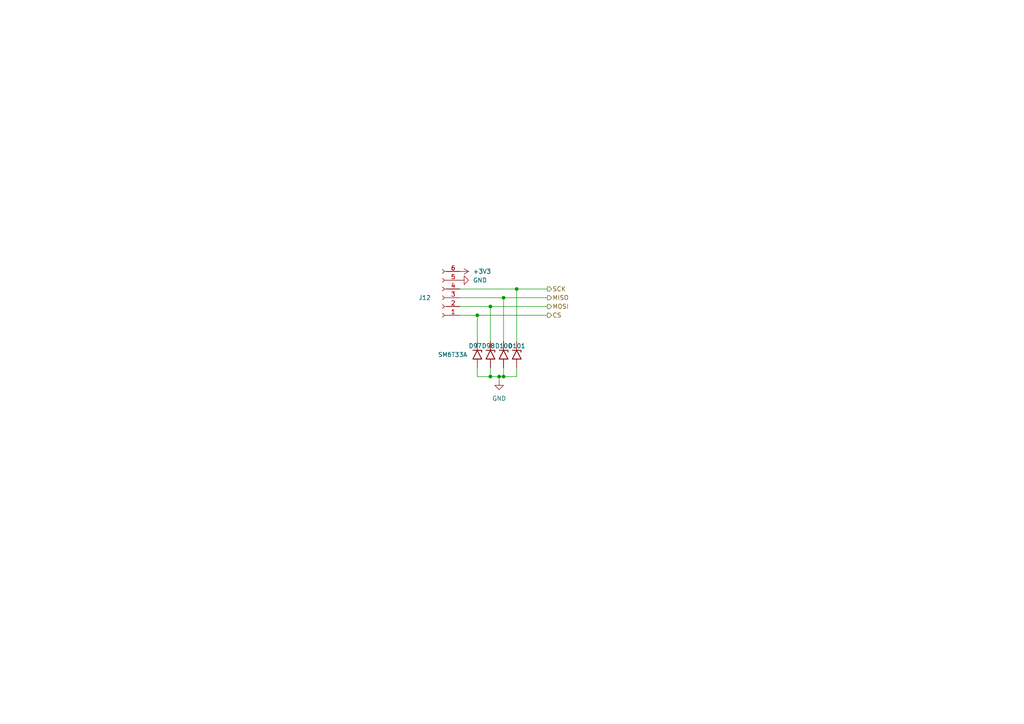
<source format=kicad_sch>
(kicad_sch (version 20211123) (generator eeschema)
  (paper "A4")
  (lib_symbols
    (symbol "Connector:Conn_01x06_Female" (pin_names (offset 1.016) hide)
      (property "Reference" "J" (at 0 7.62 0))
      (property "Value" "Conn_01x06_Female" (at 0 -10.16 0))
      (symbol "Conn_01x06_Female_1_1"
        (arc (start 0 -7.112) (mid -0.508 -7.62) (end 0 -8.128) (stroke (width 0.1524)))
        (arc (start 0 -4.572) (mid -0.508 -5.08) (end 0 -5.588) (stroke (width 0.1524)))
        (arc (start 0 -2.032) (mid -0.508 -2.54) (end 0 -3.048) (stroke (width 0.1524)))
        (polyline (pts (xy -1.27 -7.62) (xy -0.508 -7.62)) (stroke (width 0.1524)))
        (polyline (pts (xy -1.27 -5.08) (xy -0.508 -5.08)) (stroke (width 0.1524)))
        (polyline (pts (xy -1.27 -2.54) (xy -0.508 -2.54)) (stroke (width 0.1524)))
        (polyline (pts (xy -1.27 0) (xy -0.508 0)) (stroke (width 0.1524)))
        (polyline (pts (xy -1.27 2.54) (xy -0.508 2.54)) (stroke (width 0.1524)))
        (polyline (pts (xy -1.27 5.08) (xy -0.508 5.08)) (stroke (width 0.1524)))
        (arc (start 0 0.508) (mid -0.508 0) (end 0 -0.508) (stroke (width 0.1524)))
        (arc (start 0 3.048) (mid -0.508 2.54) (end 0 2.032) (stroke (width 0.1524)))
        (arc (start 0 5.588) (mid -0.508 5.08) (end 0 4.572) (stroke (width 0.1524)))
        (pin passive line (at -5.08 5.08 0) (length 3.81) (name "Pin_1") (number "1"))
        (pin passive line (at -5.08 2.54 0) (length 3.81) (name "Pin_2") (number "2"))
        (pin passive line (at -5.08 0 0) (length 3.81) (name "Pin_3") (number "3"))
        (pin passive line (at -5.08 -2.54 0) (length 3.81) (name "Pin_4") (number "4"))
        (pin passive line (at -5.08 -5.08 0) (length 3.81) (name "Pin_5") (number "5"))
        (pin passive line (at -5.08 -7.62 0) (length 3.81) (name "Pin_6") (number "6"))
      )
    )
    (symbol "Diode:SM6T33A" (pin_numbers hide) (pin_names (offset 1.016) hide)
      (property "Reference" "D" (at 0 2.54 0))
      (property "Value" "SM6T33A" (at 0 -2.54 0))
      (symbol "SM6T33A_0_1"
        (polyline (pts (xy -0.762 1.27) (xy -1.27 1.27) (xy -1.27 -1.27)) (stroke (width 0.254)))
        (polyline (pts (xy 1.27 1.27) (xy 1.27 -1.27) (xy -1.27 0) (xy 1.27 1.27)) (stroke (width 0.254)))
      )
      (symbol "SM6T33A_1_1"
        (pin passive line (at -3.81 0 0) (length 2.54) (name "A1") (number "1"))
        (pin passive line (at 3.81 0 180) (length 2.54) (name "A2") (number "2"))
      )
    )
    (symbol "power:+3.3V" (power) (pin_names (offset 0))
      (property "Value" "+3.3V" (at 0 3.556 0))
      (symbol "+3.3V_0_1"
        (polyline (pts (xy -0.762 1.27) (xy 0 2.54)))
        (polyline (pts (xy 0 0) (xy 0 2.54)))
        (polyline (pts (xy 0 2.54) (xy 0.762 1.27)))
      )
      (symbol "+3.3V_1_1"
        (pin power_in line (at 0 0 90) (length 0) hide (name "+3V3") (number "1"))
      )
    )
    (symbol "power:GND" (power) (pin_names (offset 0))
      (property "Value" "GND" (at 0 -3.81 0))
      (symbol "GND_0_1"
        (polyline (pts (xy 0 0) (xy 0 -1.27) (xy 1.27 -1.27) (xy 0 -2.54) (xy -1.27 -1.27) (xy 0 -1.27)))
      )
      (symbol "GND_1_1"
        (pin power_in line (at 0 0 270) (length 0) hide (name "GND") (number "1"))
      )
    )
  )
  (junction (at 142.24 109.22))
  (junction (at 142.24 88.9))
  (junction (at 138.43 91.44))
  (junction (at 146.05 86.36))
  (junction (at 144.78 109.22))
  (junction (at 146.05 109.22))
  (junction (at 149.86 83.82))
  (wire (pts (xy 142.24 88.9) (xy 133.35 88.9)))
  (wire (pts (xy 144.78 109.22) (xy 146.05 109.22)))
  (wire (pts (xy 142.24 106.68) (xy 142.24 109.22)))
  (wire (pts (xy 158.75 91.44) (xy 138.43 91.44)))
  (wire (pts (xy 138.43 91.44) (xy 133.35 91.44)))
  (wire (pts (xy 133.35 83.82) (xy 149.86 83.82)))
  (wire (pts (xy 158.75 86.36) (xy 146.05 86.36)))
  (wire (pts (xy 146.05 86.36) (xy 146.05 99.06)))
  (wire (pts (xy 146.05 106.68) (xy 146.05 109.22)))
  (wire (pts (xy 144.78 109.22) (xy 144.78 110.49)))
  (wire (pts (xy 142.24 88.9) (xy 142.24 99.06)))
  (wire (pts (xy 142.24 109.22) (xy 144.78 109.22)))
  (wire (pts (xy 138.43 91.44) (xy 138.43 99.06)))
  (wire (pts (xy 138.43 106.68) (xy 138.43 109.22)))
  (wire (pts (xy 158.75 88.9) (xy 142.24 88.9)))
  (wire (pts (xy 149.86 83.82) (xy 158.75 83.82)))
  (wire (pts (xy 138.43 109.22) (xy 142.24 109.22)))
  (wire (pts (xy 146.05 86.36) (xy 133.35 86.36)))
  (wire (pts (xy 149.86 99.06) (xy 149.86 83.82)))
  (wire (pts (xy 149.86 109.22) (xy 149.86 106.68)))
  (wire (pts (xy 146.05 109.22) (xy 149.86 109.22)))
  (hierarchical_label "MISO" (shape output) (at 158.75 86.36 0))
  (hierarchical_label "SCK" (shape output) (at 158.75 83.82 0))
  (hierarchical_label "CS" (shape output) (at 158.75 91.44 0))
  (hierarchical_label "MOSI" (shape output) (at 158.75 88.9 0))
  (symbol (lib_id "Diode:SM6T33A") (at 149.86 102.87 270) (unit 1)
    (property "Reference" "D101" (at 147.32 100.33 90) (effects (justify left)))
    (property "Value" "SM6T33A" (effects hide))
    (property "Footprint" "_Diodes:SM2T3V3A" (effects hide))
    (property "Datasheet" "https://www.st.com/resource/en/datasheet/sm6t.pdf" (effects hide))
  )
  (symbol (lib_id "power:+3.3V") (at 133.35 78.74 270) (unit 1)
    (property "Reference" "#PWR0143" (effects hide))
    (property "Value" "+3.3V" (at 137.16 78.7399 90) (effects (justify left)))
  )
  (symbol (lib_id "Connector:Conn_01x06_Female") (at 128.27 86.36 180) (unit 1)
    (property "Reference" "J12" (at 123.19 86.36 0))
    (property "Value" "Conn_01x06_Female" (effects hide))
    (property "Footprint" "Connector_PinSocket_2.54mm:PinSocket_1x06_P2.54mm_Vertical" (effects hide))
  )
  (symbol (lib_id "power:GND") (at 144.78 110.49 0) (unit 1)
    (property "Reference" "#PWR0124" (effects hide))
    (property "Value" "GND" (at 144.78 115.57 0))
  )
  (symbol (lib_id "Diode:SM6T33A") (at 142.24 102.87 270) (unit 1)
    (property "Reference" "D98" (at 139.7 100.33 90) (effects (justify left)))
    (property "Value" "SM6T33A" (effects hide))
    (property "Footprint" "_Diodes:SM2T3V3A" (effects hide))
    (property "Datasheet" "https://www.st.com/resource/en/datasheet/sm6t.pdf" (effects hide))
  )
  (symbol (lib_id "power:GND") (at 133.35 81.28 90) (unit 1)
    (property "Reference" "#PWR0144" (effects hide))
    (property "Value" "GND" (at 137.16 81.2799 90) (effects (justify right)))
  )
  (symbol (lib_id "Diode:SM6T33A") (at 146.05 102.87 270) (unit 1)
    (property "Reference" "D100" (at 143.51 100.33 90) (effects (justify left)))
    (property "Value" "SM6T33A" (effects hide))
    (property "Footprint" "_Diodes:SM2T3V3A" (effects hide))
    (property "Datasheet" "https://www.st.com/resource/en/datasheet/sm6t.pdf" (effects hide))
  )
  (symbol (lib_id "Diode:SM6T33A") (at 138.43 102.87 270) (unit 1)
    (property "Reference" "D97" (at 135.89 100.33 90) (effects (justify left)))
    (property "Value" "SM6T33A" (at 127 102.87 90) (effects (justify left)))
    (property "Footprint" "_Diodes:SM2T3V3A" (effects hide))
    (property "Datasheet" "https://www.st.com/resource/en/datasheet/sm6t.pdf" (effects hide))
  )
)
</source>
